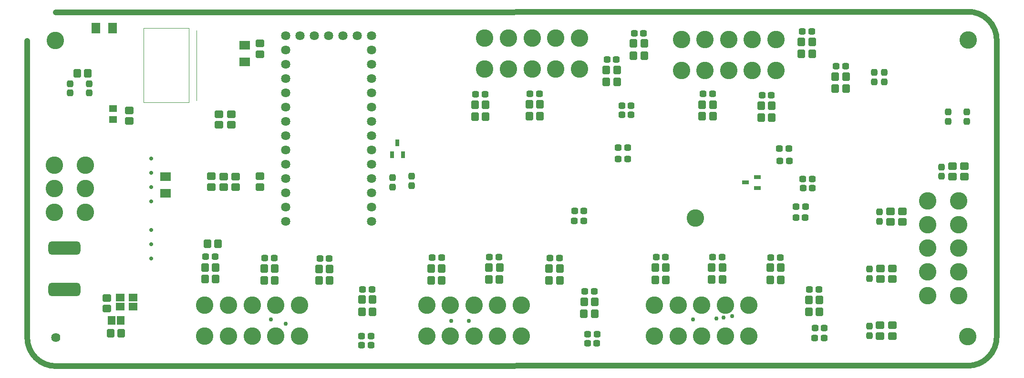
<source format=gbs>
G04*
G04 #@! TF.GenerationSoftware,Altium Limited,Altium Designer,22.8.2 (66)*
G04*
G04 Layer_Color=16711935*
%FSLAX44Y44*%
%MOMM*%
G71*
G04*
G04 #@! TF.SameCoordinates,3B6084FD-5DD7-4A75-9D95-E8563ACB50C0*
G04*
G04*
G04 #@! TF.FilePolarity,Negative*
G04*
G01*
G75*
%ADD18C,1.0000*%
%ADD19C,0.0254*%
%ADD20C,0.0500*%
%ADD36R,1.8582X1.5057*%
G04:AMPARAMS|DCode=51|XSize=1.4016mm|YSize=1.6017mm|CornerRadius=0.3758mm|HoleSize=0mm|Usage=FLASHONLY|Rotation=180.000|XOffset=0mm|YOffset=0mm|HoleType=Round|Shape=RoundedRectangle|*
%AMROUNDEDRECTD51*
21,1,1.4016,0.8501,0,0,180.0*
21,1,0.6500,1.6017,0,0,180.0*
1,1,0.7516,-0.3250,0.4251*
1,1,0.7516,0.3250,0.4251*
1,1,0.7516,0.3250,-0.4251*
1,1,0.7516,-0.3250,-0.4251*
%
%ADD51ROUNDEDRECTD51*%
G04:AMPARAMS|DCode=52|XSize=1.4016mm|YSize=1.6017mm|CornerRadius=0.3758mm|HoleSize=0mm|Usage=FLASHONLY|Rotation=90.000|XOffset=0mm|YOffset=0mm|HoleType=Round|Shape=RoundedRectangle|*
%AMROUNDEDRECTD52*
21,1,1.4016,0.8501,0,0,90.0*
21,1,0.6500,1.6017,0,0,90.0*
1,1,0.7516,0.4251,0.3250*
1,1,0.7516,0.4251,-0.3250*
1,1,0.7516,-0.4251,-0.3250*
1,1,0.7516,-0.4251,0.3250*
%
%ADD52ROUNDEDRECTD52*%
G04:AMPARAMS|DCode=53|XSize=1.1016mm|YSize=1.2516mm|CornerRadius=0.3008mm|HoleSize=0mm|Usage=FLASHONLY|Rotation=0.000|XOffset=0mm|YOffset=0mm|HoleType=Round|Shape=RoundedRectangle|*
%AMROUNDEDRECTD53*
21,1,1.1016,0.6500,0,0,0.0*
21,1,0.5000,1.2516,0,0,0.0*
1,1,0.6016,0.2500,-0.3250*
1,1,0.6016,-0.2500,-0.3250*
1,1,0.6016,-0.2500,0.3250*
1,1,0.6016,0.2500,0.3250*
%
%ADD53ROUNDEDRECTD53*%
G04:AMPARAMS|DCode=54|XSize=1.1016mm|YSize=1.2516mm|CornerRadius=0.3008mm|HoleSize=0mm|Usage=FLASHONLY|Rotation=270.000|XOffset=0mm|YOffset=0mm|HoleType=Round|Shape=RoundedRectangle|*
%AMROUNDEDRECTD54*
21,1,1.1016,0.6500,0,0,270.0*
21,1,0.5000,1.2516,0,0,270.0*
1,1,0.6016,-0.3250,-0.2500*
1,1,0.6016,-0.3250,0.2500*
1,1,0.6016,0.3250,0.2500*
1,1,0.6016,0.3250,-0.2500*
%
%ADD54ROUNDEDRECTD54*%
G04:AMPARAMS|DCode=56|XSize=1.2516mm|YSize=0.7016mm|CornerRadius=0.1258mm|HoleSize=0mm|Usage=FLASHONLY|Rotation=0.000|XOffset=0mm|YOffset=0mm|HoleType=Round|Shape=RoundedRectangle|*
%AMROUNDEDRECTD56*
21,1,1.2516,0.4500,0,0,0.0*
21,1,1.0000,0.7016,0,0,0.0*
1,1,0.2516,0.5000,-0.2250*
1,1,0.2516,-0.5000,-0.2250*
1,1,0.2516,-0.5000,0.2250*
1,1,0.2516,0.5000,0.2250*
%
%ADD56ROUNDEDRECTD56*%
G04:AMPARAMS|DCode=57|XSize=1.2516mm|YSize=0.7016mm|CornerRadius=0.1258mm|HoleSize=0mm|Usage=FLASHONLY|Rotation=270.000|XOffset=0mm|YOffset=0mm|HoleType=Round|Shape=RoundedRectangle|*
%AMROUNDEDRECTD57*
21,1,1.2516,0.4500,0,0,270.0*
21,1,1.0000,0.7016,0,0,270.0*
1,1,0.2516,-0.2250,-0.5000*
1,1,0.2516,-0.2250,0.5000*
1,1,0.2516,0.2250,0.5000*
1,1,0.2516,0.2250,-0.5000*
%
%ADD57ROUNDEDRECTD57*%
%ADD60R,1.5516X1.4016*%
%ADD61R,1.4016X1.5516*%
%ADD71C,1.6316*%
%ADD72C,0.7016*%
%ADD73C,3.1016*%
%ADD74C,1.6256*%
%ADD75C,0.7616*%
%ADD99R,1.4621X1.2081*%
%ADD101R,1.5057X1.8582*%
G04:AMPARAMS|DCode=102|XSize=2.4016mm|YSize=5.7016mm|CornerRadius=0.6258mm|HoleSize=0mm|Usage=FLASHONLY|Rotation=270.000|XOffset=0mm|YOffset=0mm|HoleType=Round|Shape=RoundedRectangle|*
%AMROUNDEDRECTD102*
21,1,2.4016,4.4500,0,0,270.0*
21,1,1.1500,5.7016,0,0,270.0*
1,1,1.2516,-2.2250,-0.5750*
1,1,1.2516,-2.2250,0.5750*
1,1,1.2516,2.2250,0.5750*
1,1,1.2516,2.2250,-0.5750*
%
%ADD102ROUNDEDRECTD102*%
D18*
X-899Y50800D02*
G03*
X50253Y119I50683J0D01*
G01*
X1668595Y738D02*
G03*
X1720070Y52692I0J51477D01*
G01*
X1720140Y579741D02*
G03*
X1668988Y630422I-50683J0D01*
G01*
X50253Y-4D02*
X1668595Y738D01*
X1720070Y52692D02*
X1720088Y579741D01*
X49673Y629466D02*
X1668988Y630420D01*
X-1016Y50800D02*
X-1008Y578314D01*
D19*
X299227Y472948D02*
Y597154D01*
D20*
X205930Y468926D02*
X285825D01*
X205930D02*
Y600964D01*
X285825D01*
Y468926D02*
Y600964D01*
D36*
X384636Y540990D02*
D03*
Y570514D02*
D03*
X244348Y337342D02*
D03*
Y307818D02*
D03*
D51*
X1075465Y573794D02*
D03*
X1094464D02*
D03*
X1433372Y514866D02*
D03*
X1452372D02*
D03*
X1132945Y175506D02*
D03*
X1113946D02*
D03*
X734807Y173982D02*
D03*
X715808D02*
D03*
X333475Y175768D02*
D03*
X314476D02*
D03*
X1027213Y526670D02*
D03*
X1046212D02*
D03*
X438631Y173474D02*
D03*
X419632D02*
D03*
X1373428Y576842D02*
D03*
X1392428D02*
D03*
X1233143Y175506D02*
D03*
X1214144D02*
D03*
X837692Y175260D02*
D03*
X818693D02*
D03*
X536167Y172966D02*
D03*
X517168D02*
D03*
X890517Y465710D02*
D03*
X909516D02*
D03*
X1301800Y463558D02*
D03*
X1320800D02*
D03*
X1336787Y174998D02*
D03*
X1317788D02*
D03*
X944611Y173474D02*
D03*
X925612D02*
D03*
X793754Y464940D02*
D03*
X812753D02*
D03*
X1216391Y465328D02*
D03*
X1197392D02*
D03*
X1405367Y117594D02*
D03*
X1386368D02*
D03*
X1006612Y114300D02*
D03*
X987613D02*
D03*
X612199Y118305D02*
D03*
X593200D02*
D03*
X1075465Y552458D02*
D03*
X1094464D02*
D03*
X1433372Y493530D02*
D03*
X1452372D02*
D03*
X1132945Y153662D02*
D03*
X1113946D02*
D03*
X734807Y152646D02*
D03*
X715808D02*
D03*
X333475Y154678D02*
D03*
X314476D02*
D03*
X1027213Y505334D02*
D03*
X1046212D02*
D03*
X438631Y152138D02*
D03*
X419632D02*
D03*
X1373428Y555506D02*
D03*
X1392428D02*
D03*
X1233143Y154170D02*
D03*
X1214144D02*
D03*
X837411Y153924D02*
D03*
X818412D02*
D03*
X536167Y152138D02*
D03*
X517168D02*
D03*
X890517Y444374D02*
D03*
X909516D02*
D03*
X1301800Y442222D02*
D03*
X1320800D02*
D03*
X1336787Y153154D02*
D03*
X1317788D02*
D03*
X944611Y152138D02*
D03*
X925612D02*
D03*
X793754Y443866D02*
D03*
X812753D02*
D03*
X1216391Y444238D02*
D03*
X1197392D02*
D03*
X1405367Y96258D02*
D03*
X1386368D02*
D03*
X1006104Y92964D02*
D03*
X987104D02*
D03*
X612199Y96969D02*
D03*
X593200D02*
D03*
X87648Y520946D02*
D03*
X106648D02*
D03*
X337788Y217670D02*
D03*
X318788D02*
D03*
X146844Y58682D02*
D03*
X165844D02*
D03*
D52*
X1513086Y72848D02*
D03*
Y53849D02*
D03*
X1513594Y173975D02*
D03*
Y154976D02*
D03*
X1531433Y275270D02*
D03*
Y256271D02*
D03*
X1641102Y355926D02*
D03*
Y336926D02*
D03*
X1534422Y72848D02*
D03*
Y53849D02*
D03*
X1534930Y173975D02*
D03*
Y154976D02*
D03*
X1552769Y275270D02*
D03*
Y256271D02*
D03*
X1662438Y355926D02*
D03*
Y336926D02*
D03*
X412068Y574040D02*
D03*
Y555041D02*
D03*
X180094Y455136D02*
D03*
Y436136D02*
D03*
X325874Y318548D02*
D03*
Y337548D02*
D03*
X361696Y448259D02*
D03*
Y429260D02*
D03*
X368816Y318534D02*
D03*
Y337534D02*
D03*
X347472Y318516D02*
D03*
Y337515D02*
D03*
X411726Y318548D02*
D03*
Y337548D02*
D03*
X140216Y121634D02*
D03*
Y102634D02*
D03*
X339598Y429311D02*
D03*
Y448310D02*
D03*
D53*
X1494028Y71242D02*
D03*
Y54742D02*
D03*
X1494536Y172842D02*
D03*
Y156342D02*
D03*
X1512375Y274137D02*
D03*
Y257637D02*
D03*
X1622044Y354320D02*
D03*
Y337820D02*
D03*
X1502664Y505968D02*
D03*
Y522468D02*
D03*
X1667256Y452242D02*
D03*
Y435742D02*
D03*
X1520444Y505968D02*
D03*
Y522468D02*
D03*
X1634236Y452242D02*
D03*
Y435742D02*
D03*
X647192Y318902D02*
D03*
Y335402D02*
D03*
X681736Y321442D02*
D03*
Y337942D02*
D03*
X75184Y502534D02*
D03*
Y486034D02*
D03*
X109220D02*
D03*
Y502534D02*
D03*
D54*
X1076599Y592328D02*
D03*
X1093099D02*
D03*
X1434978Y533400D02*
D03*
X1451478D02*
D03*
X1131824Y194056D02*
D03*
X1115324D02*
D03*
X734304Y193548D02*
D03*
X717804D02*
D03*
X332354Y194564D02*
D03*
X315854D02*
D03*
X1028346Y545204D02*
D03*
X1044846D02*
D03*
X437510Y192532D02*
D03*
X421010D02*
D03*
X1375034Y595376D02*
D03*
X1391534D02*
D03*
X1232144Y194056D02*
D03*
X1215644D02*
D03*
X836290D02*
D03*
X819790D02*
D03*
X535034Y191516D02*
D03*
X518534D02*
D03*
X891650Y484244D02*
D03*
X908150D02*
D03*
X1303406Y481584D02*
D03*
X1319906D02*
D03*
X1335776Y193548D02*
D03*
X1319276D02*
D03*
X943478Y192532D02*
D03*
X926978D02*
D03*
X794887Y483228D02*
D03*
X811387D02*
D03*
X1215258Y484124D02*
D03*
X1198758D02*
D03*
X1404234Y136652D02*
D03*
X1387734D02*
D03*
X1005588Y132850D02*
D03*
X989088D02*
D03*
X611065Y136855D02*
D03*
X594565D02*
D03*
X1071262Y447160D02*
D03*
X1054762D02*
D03*
X1413378Y50292D02*
D03*
X1396878D02*
D03*
X1010014Y41148D02*
D03*
X993514D02*
D03*
X609214Y37084D02*
D03*
X592714D02*
D03*
X1071262Y462908D02*
D03*
X1054762D02*
D03*
X1413886Y67564D02*
D03*
X1397386D02*
D03*
X1010412Y56896D02*
D03*
X993912D02*
D03*
X609214Y53340D02*
D03*
X592714D02*
D03*
X1392975Y316975D02*
D03*
X1376475D02*
D03*
X1064644Y368336D02*
D03*
X1048144D02*
D03*
X1351572Y365052D02*
D03*
X1335072D02*
D03*
X1379972Y264668D02*
D03*
X1363472D02*
D03*
X986658Y258064D02*
D03*
X970158D02*
D03*
X1064644Y389092D02*
D03*
X1048144D02*
D03*
X1350772Y387096D02*
D03*
X1334272D02*
D03*
X1392316Y332715D02*
D03*
X1375816D02*
D03*
X1380480Y283972D02*
D03*
X1363980D02*
D03*
X987166Y276352D02*
D03*
X970666D02*
D03*
D56*
X1295582Y317144D02*
D03*
X1273882Y326644D02*
D03*
X1295582Y336144D02*
D03*
D57*
X646836Y375738D02*
D03*
X656336Y397438D02*
D03*
X665836Y375738D02*
D03*
D60*
X164084Y121792D02*
D03*
Y105792D02*
D03*
X186944Y121792D02*
D03*
Y105792D02*
D03*
D61*
X148844Y81534D02*
D03*
X164844D02*
D03*
D71*
X610616Y587756D02*
D03*
Y562356D02*
D03*
Y536956D02*
D03*
Y511556D02*
D03*
Y486156D02*
D03*
Y460756D02*
D03*
Y435356D02*
D03*
Y409956D02*
D03*
Y384556D02*
D03*
Y359156D02*
D03*
Y333756D02*
D03*
Y308356D02*
D03*
Y282956D02*
D03*
Y257556D02*
D03*
X458216Y587756D02*
D03*
Y562356D02*
D03*
Y536956D02*
D03*
Y511556D02*
D03*
Y486156D02*
D03*
Y460756D02*
D03*
Y435356D02*
D03*
Y409956D02*
D03*
Y384556D02*
D03*
Y359156D02*
D03*
Y333756D02*
D03*
Y308356D02*
D03*
Y282956D02*
D03*
Y257556D02*
D03*
X585216Y587756D02*
D03*
X559816D02*
D03*
X534416D02*
D03*
X509016D02*
D03*
X483616D02*
D03*
D72*
X218948Y191516D02*
D03*
Y216916D02*
D03*
Y242316D02*
D03*
Y369316D02*
D03*
Y293116D02*
D03*
Y318516D02*
D03*
Y343916D02*
D03*
D73*
X102616Y357812D02*
D03*
Y315812D02*
D03*
Y273812D02*
D03*
X47616Y357812D02*
D03*
Y315812D02*
D03*
Y273812D02*
D03*
X1185164Y263144D02*
D03*
X937260Y528184D02*
D03*
Y583184D02*
D03*
X895260Y528184D02*
D03*
Y583184D02*
D03*
X853260Y528184D02*
D03*
Y583184D02*
D03*
X811260Y528184D02*
D03*
Y583184D02*
D03*
X979260D02*
D03*
Y528184D02*
D03*
X1286272Y526288D02*
D03*
Y581288D02*
D03*
X1244272Y526288D02*
D03*
Y581288D02*
D03*
X1202272Y526288D02*
D03*
Y581288D02*
D03*
X1160272Y526288D02*
D03*
Y581288D02*
D03*
X1328272D02*
D03*
Y526288D02*
D03*
X1597660Y125804D02*
D03*
X1652660D02*
D03*
Y293804D02*
D03*
X1597660D02*
D03*
X1652660Y251804D02*
D03*
X1597660D02*
D03*
X1652660Y209804D02*
D03*
X1597660D02*
D03*
X1652660Y167804D02*
D03*
X1597660D02*
D03*
X356272Y108204D02*
D03*
Y53204D02*
D03*
X398272Y108204D02*
D03*
Y53204D02*
D03*
X440272Y108204D02*
D03*
Y53204D02*
D03*
X482272Y108204D02*
D03*
Y53204D02*
D03*
X314272D02*
D03*
Y108204D02*
D03*
X1668600Y52220D02*
D03*
X708152Y108204D02*
D03*
Y53204D02*
D03*
X876152D02*
D03*
Y108204D02*
D03*
X834152Y53204D02*
D03*
Y108204D02*
D03*
X792152Y53204D02*
D03*
Y108204D02*
D03*
X750152Y53204D02*
D03*
Y108204D02*
D03*
X1154340Y108712D02*
D03*
Y53712D02*
D03*
X1196340Y108712D02*
D03*
Y53712D02*
D03*
X1238340Y108712D02*
D03*
Y53712D02*
D03*
X1280340Y108712D02*
D03*
Y53712D02*
D03*
X1112340D02*
D03*
Y108712D02*
D03*
X1669460Y579740D02*
D03*
X48770Y579630D02*
D03*
D74*
X49780Y50800D02*
D03*
D75*
X457708Y75692D02*
D03*
X431800Y82806D02*
D03*
X751332Y80264D02*
D03*
X783336Y80774D02*
D03*
X1180592Y83312D02*
D03*
X1234948Y86868D02*
D03*
X1250188Y88900D02*
D03*
X1222756Y84836D02*
D03*
D99*
X151384Y458444D02*
D03*
Y438404D02*
D03*
D101*
X150368Y600964D02*
D03*
X120843D02*
D03*
D102*
X65024Y209804D02*
D03*
Y136804D02*
D03*
M02*

</source>
